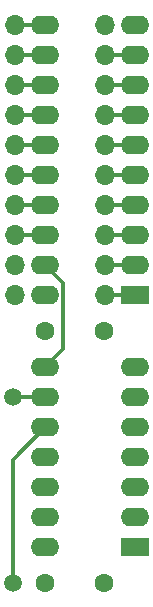
<source format=gbr>
%TF.GenerationSoftware,KiCad,Pcbnew,7.0.9*%
%TF.CreationDate,2024-01-21T19:13:06+01:00*%
%TF.ProjectId,rev-1-fix,7265762d-312d-4666-9978-2e6b69636164,rev?*%
%TF.SameCoordinates,Original*%
%TF.FileFunction,Copper,L1,Top*%
%TF.FilePolarity,Positive*%
%FSLAX46Y46*%
G04 Gerber Fmt 4.6, Leading zero omitted, Abs format (unit mm)*
G04 Created by KiCad (PCBNEW 7.0.9) date 2024-01-21 19:13:06*
%MOMM*%
%LPD*%
G01*
G04 APERTURE LIST*
%TA.AperFunction,ComponentPad*%
%ADD10R,2.400000X1.600000*%
%TD*%
%TA.AperFunction,ComponentPad*%
%ADD11O,2.400000X1.600000*%
%TD*%
%TA.AperFunction,ComponentPad*%
%ADD12C,1.600000*%
%TD*%
%TA.AperFunction,ComponentPad*%
%ADD13C,1.500000*%
%TD*%
%TA.AperFunction,ComponentPad*%
%ADD14O,1.700000X1.700000*%
%TD*%
%TA.AperFunction,Conductor*%
%ADD15C,0.300000*%
%TD*%
G04 APERTURE END LIST*
D10*
%TO.P,U6,1*%
%TO.N,GND*%
X121935000Y-134385000D03*
D11*
%TO.P,U6,2*%
X121935000Y-131845000D03*
%TO.P,U6,3*%
%TO.N,unconnected-(U6-Pad3)*%
X121935000Y-129305000D03*
%TO.P,U6,4*%
%TO.N,GND*%
X121935000Y-126765000D03*
%TO.P,U6,5*%
X121935000Y-124225000D03*
%TO.P,U6,6*%
%TO.N,unconnected-(U6-Pad6)*%
X121935000Y-121685000D03*
%TO.P,U6,7,GND*%
%TO.N,GND*%
X121935000Y-119145000D03*
%TO.P,U6,8*%
%TO.N,Net-(U4-CE)*%
X114315000Y-119145000D03*
%TO.P,U6,9*%
%TO.N,Net-(TP1-Pad1)*%
X114315000Y-121685000D03*
%TO.P,U6,10*%
%TO.N,Net-(TP2-Pad1)*%
X114315000Y-124225000D03*
%TO.P,U6,11*%
%TO.N,unconnected-(U6-Pad11)*%
X114315000Y-126765000D03*
%TO.P,U6,12*%
%TO.N,GND*%
X114315000Y-129305000D03*
%TO.P,U6,13*%
X114315000Y-131845000D03*
%TO.P,U6,14,VCC*%
%TO.N,+5V*%
X114315000Y-134385000D03*
%TD*%
D10*
%TO.P,U4,1,A->B*%
%TO.N,Net-(J1-Pin_1)*%
X121920000Y-113030000D03*
D11*
%TO.P,U4,2,A0*%
%TO.N,Net-(J1-Pin_2)*%
X121920000Y-110490000D03*
%TO.P,U4,3,A1*%
%TO.N,Net-(J1-Pin_3)*%
X121920000Y-107950000D03*
%TO.P,U4,4,A2*%
%TO.N,Net-(J1-Pin_4)*%
X121920000Y-105410000D03*
%TO.P,U4,5,A3*%
%TO.N,Net-(J1-Pin_5)*%
X121920000Y-102870000D03*
%TO.P,U4,6,A4*%
%TO.N,Net-(J1-Pin_6)*%
X121920000Y-100330000D03*
%TO.P,U4,7,A5*%
%TO.N,Net-(J1-Pin_7)*%
X121920000Y-97790000D03*
%TO.P,U4,8,A6*%
%TO.N,Net-(J1-Pin_8)*%
X121920000Y-95250000D03*
%TO.P,U4,9,A7*%
%TO.N,Net-(J1-Pin_9)*%
X121920000Y-92710000D03*
%TO.P,U4,10,GND*%
%TO.N,GND*%
X121920000Y-90170000D03*
%TO.P,U4,11,B7*%
%TO.N,Net-(J2-Pin_1)*%
X114300000Y-90170000D03*
%TO.P,U4,12,B6*%
%TO.N,Net-(J2-Pin_2)*%
X114300000Y-92710000D03*
%TO.P,U4,13,B5*%
%TO.N,Net-(J2-Pin_3)*%
X114300000Y-95250000D03*
%TO.P,U4,14,B4*%
%TO.N,Net-(J2-Pin_4)*%
X114300000Y-97790000D03*
%TO.P,U4,15,B3*%
%TO.N,Net-(J2-Pin_5)*%
X114300000Y-100330000D03*
%TO.P,U4,16,B2*%
%TO.N,Net-(J2-Pin_6)*%
X114300000Y-102870000D03*
%TO.P,U4,17,B1*%
%TO.N,Net-(J2-Pin_7)*%
X114300000Y-105410000D03*
%TO.P,U4,18,B0*%
%TO.N,Net-(J2-Pin_8)*%
X114300000Y-107950000D03*
%TO.P,U4,19,CE*%
%TO.N,Net-(U4-CE)*%
X114300000Y-110490000D03*
%TO.P,U4,20,VCC*%
%TO.N,+5V*%
X114300000Y-113030000D03*
%TD*%
D12*
%TO.P,C64,1*%
%TO.N,+5V*%
X114340000Y-137440000D03*
%TO.P,C64,2*%
%TO.N,GND*%
X119340000Y-137440000D03*
%TD*%
D13*
%TO.P,TP1,1,1*%
%TO.N,Net-(TP1-Pad1)*%
X111560000Y-121680000D03*
%TD*%
%TO.P,TP2,1,1*%
%TO.N,Net-(TP2-Pad1)*%
X111560000Y-137440000D03*
%TD*%
D12*
%TO.P,C4,1*%
%TO.N,+5V*%
X114340000Y-116080000D03*
%TO.P,C4,2*%
%TO.N,GND*%
X119340000Y-116080000D03*
%TD*%
D14*
%TO.P,J1,1,Pin_1*%
%TO.N,Net-(J1-Pin_1)*%
X119380000Y-113030000D03*
%TO.P,J1,2,Pin_2*%
%TO.N,Net-(J1-Pin_2)*%
X119380000Y-110490000D03*
%TO.P,J1,3,Pin_3*%
%TO.N,Net-(J1-Pin_3)*%
X119380000Y-107950000D03*
%TO.P,J1,4,Pin_4*%
%TO.N,Net-(J1-Pin_4)*%
X119380000Y-105410000D03*
%TO.P,J1,5,Pin_5*%
%TO.N,Net-(J1-Pin_5)*%
X119380000Y-102870000D03*
%TO.P,J1,6,Pin_6*%
%TO.N,Net-(J1-Pin_6)*%
X119380000Y-100330000D03*
%TO.P,J1,7,Pin_7*%
%TO.N,Net-(J1-Pin_7)*%
X119380000Y-97790000D03*
%TO.P,J1,8,Pin_8*%
%TO.N,Net-(J1-Pin_8)*%
X119380000Y-95250000D03*
%TO.P,J1,9,Pin_9*%
%TO.N,Net-(J1-Pin_9)*%
X119380000Y-92710000D03*
%TO.P,J1,10,Pin_10*%
%TO.N,GND*%
X119380000Y-90170000D03*
%TD*%
%TO.P,J2,1,Pin_1*%
%TO.N,Net-(J2-Pin_1)*%
X111760000Y-90170000D03*
%TO.P,J2,2,Pin_2*%
%TO.N,Net-(J2-Pin_2)*%
X111760000Y-92710000D03*
%TO.P,J2,3,Pin_3*%
%TO.N,Net-(J2-Pin_3)*%
X111760000Y-95250000D03*
%TO.P,J2,4,Pin_4*%
%TO.N,Net-(J2-Pin_4)*%
X111760000Y-97790000D03*
%TO.P,J2,5,Pin_5*%
%TO.N,Net-(J2-Pin_5)*%
X111760000Y-100330000D03*
%TO.P,J2,6,Pin_6*%
%TO.N,Net-(J2-Pin_6)*%
X111760000Y-102870000D03*
%TO.P,J2,7,Pin_7*%
%TO.N,Net-(J2-Pin_7)*%
X111760000Y-105410000D03*
%TO.P,J2,8,Pin_8*%
%TO.N,Net-(J2-Pin_8)*%
X111760000Y-107950000D03*
%TO.P,J2,9,Pin_9*%
%TO.N,GND*%
X111760000Y-110490000D03*
%TO.P,J2,10,Pin_10*%
%TO.N,+5V*%
X111760000Y-113030000D03*
%TD*%
D15*
%TO.N,Net-(J1-Pin_1)*%
X119380000Y-113030000D02*
X121920000Y-113030000D01*
%TO.N,Net-(J1-Pin_2)*%
X119380000Y-110490000D02*
X121920000Y-110490000D01*
%TO.N,Net-(J1-Pin_3)*%
X119380000Y-107950000D02*
X121920000Y-107950000D01*
%TO.N,Net-(J1-Pin_4)*%
X119380000Y-105410000D02*
X121920000Y-105410000D01*
%TO.N,Net-(J1-Pin_5)*%
X119380000Y-102870000D02*
X121920000Y-102870000D01*
%TO.N,Net-(J1-Pin_6)*%
X119380000Y-100330000D02*
X121920000Y-100330000D01*
%TO.N,Net-(J1-Pin_7)*%
X119380000Y-97790000D02*
X121920000Y-97790000D01*
%TO.N,Net-(J1-Pin_8)*%
X119380000Y-95250000D02*
X121920000Y-95250000D01*
%TO.N,Net-(J1-Pin_9)*%
X119380000Y-92710000D02*
X121920000Y-92710000D01*
%TO.N,Net-(J2-Pin_1)*%
X111760000Y-90170000D02*
X114300000Y-90170000D01*
%TO.N,Net-(J2-Pin_2)*%
X111760000Y-92710000D02*
X114300000Y-92710000D01*
%TO.N,Net-(J2-Pin_3)*%
X111760000Y-95250000D02*
X114300000Y-95250000D01*
%TO.N,Net-(J2-Pin_4)*%
X111760000Y-97790000D02*
X114300000Y-97790000D01*
%TO.N,Net-(J2-Pin_5)*%
X111760000Y-100330000D02*
X114300000Y-100330000D01*
%TO.N,Net-(J2-Pin_6)*%
X111760000Y-102870000D02*
X114300000Y-102870000D01*
%TO.N,Net-(J2-Pin_7)*%
X111760000Y-105410000D02*
X114300000Y-105410000D01*
%TO.N,Net-(J2-Pin_8)*%
X111760000Y-107950000D02*
X114300000Y-107950000D01*
%TO.N,Net-(U4-CE)*%
X115850000Y-117610000D02*
X115850000Y-112040000D01*
X114315000Y-119145000D02*
X115850000Y-117610000D01*
X115850000Y-112040000D02*
X114300000Y-110490000D01*
%TO.N,Net-(TP1-Pad1)*%
X111560000Y-121680000D02*
X114310000Y-121680000D01*
X114310000Y-121680000D02*
X114315000Y-121685000D01*
%TO.N,Net-(TP2-Pad1)*%
X111560000Y-126980000D02*
X114315000Y-124225000D01*
X111560000Y-137440000D02*
X111560000Y-126980000D01*
%TD*%
M02*

</source>
